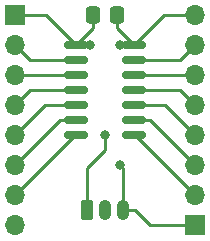
<source format=gbr>
%TF.GenerationSoftware,KiCad,Pcbnew,7.0.6*%
%TF.CreationDate,2023-08-24T15:38:00-04:00*%
%TF.ProjectId,t04mini,7430346d-696e-4692-9e6b-696361645f70,rev?*%
%TF.SameCoordinates,Original*%
%TF.FileFunction,Copper,L1,Top*%
%TF.FilePolarity,Positive*%
%FSLAX46Y46*%
G04 Gerber Fmt 4.6, Leading zero omitted, Abs format (unit mm)*
G04 Created by KiCad (PCBNEW 7.0.6) date 2023-08-24 15:38:00*
%MOMM*%
%LPD*%
G01*
G04 APERTURE LIST*
G04 Aperture macros list*
%AMRoundRect*
0 Rectangle with rounded corners*
0 $1 Rounding radius*
0 $2 $3 $4 $5 $6 $7 $8 $9 X,Y pos of 4 corners*
0 Add a 4 corners polygon primitive as box body*
4,1,4,$2,$3,$4,$5,$6,$7,$8,$9,$2,$3,0*
0 Add four circle primitives for the rounded corners*
1,1,$1+$1,$2,$3*
1,1,$1+$1,$4,$5*
1,1,$1+$1,$6,$7*
1,1,$1+$1,$8,$9*
0 Add four rect primitives between the rounded corners*
20,1,$1+$1,$2,$3,$4,$5,0*
20,1,$1+$1,$4,$5,$6,$7,0*
20,1,$1+$1,$6,$7,$8,$9,0*
20,1,$1+$1,$8,$9,$2,$3,0*%
G04 Aperture macros list end*
%TA.AperFunction,SMDPad,CuDef*%
%ADD10RoundRect,0.150000X-0.825000X-0.150000X0.825000X-0.150000X0.825000X0.150000X-0.825000X0.150000X0*%
%TD*%
%TA.AperFunction,ComponentPad*%
%ADD11RoundRect,0.250000X-0.265000X-0.615000X0.265000X-0.615000X0.265000X0.615000X-0.265000X0.615000X0*%
%TD*%
%TA.AperFunction,ComponentPad*%
%ADD12O,1.030000X1.730000*%
%TD*%
%TA.AperFunction,ComponentPad*%
%ADD13R,1.700000X1.700000*%
%TD*%
%TA.AperFunction,ComponentPad*%
%ADD14O,1.700000X1.700000*%
%TD*%
%TA.AperFunction,SMDPad,CuDef*%
%ADD15RoundRect,0.250000X-0.337500X-0.475000X0.337500X-0.475000X0.337500X0.475000X-0.337500X0.475000X0*%
%TD*%
%TA.AperFunction,ViaPad*%
%ADD16C,0.800000*%
%TD*%
%TA.AperFunction,Conductor*%
%ADD17C,0.250000*%
%TD*%
G04 APERTURE END LIST*
D10*
%TO.P,U1,1,VCC*%
%TO.N,+3.3V*%
X133415000Y-105410000D03*
%TO.P,U1,2,PA4*%
%TO.N,PA4*%
X133415000Y-106680000D03*
%TO.P,U1,3,PA5*%
%TO.N,PA5*%
X133415000Y-107950000D03*
%TO.P,U1,4,PA6*%
%TO.N,PA6*%
X133415000Y-109220000D03*
%TO.P,U1,5,PA7*%
%TO.N,PA7*%
X133415000Y-110490000D03*
%TO.P,U1,6,PB3*%
%TO.N,PB3*%
X133415000Y-111760000D03*
%TO.P,U1,7,PB2*%
%TO.N,PB2*%
X133415000Y-113030000D03*
%TO.P,U1,8,PB1*%
%TO.N,PB1*%
X138365000Y-113030000D03*
%TO.P,U1,9,PB0*%
%TO.N,PB0*%
X138365000Y-111760000D03*
%TO.P,U1,10,~{RESET}/PA0*%
%TO.N,UPDI*%
X138365000Y-110490000D03*
%TO.P,U1,11,PA1*%
%TO.N,PA1*%
X138365000Y-109220000D03*
%TO.P,U1,12,PA2*%
%TO.N,PA2*%
X138365000Y-107950000D03*
%TO.P,U1,13,PA3*%
%TO.N,PA3*%
X138365000Y-106680000D03*
%TO.P,U1,14,GND*%
%TO.N,GND*%
X138365000Y-105410000D03*
%TD*%
D11*
%TO.P,J3,1,Pin_1*%
%TO.N,+3.3V*%
X134390000Y-119380000D03*
D12*
%TO.P,J3,2,Pin_2*%
%TO.N,UPDI*%
X135890000Y-119380000D03*
%TO.P,J3,3,Pin_3*%
%TO.N,GND*%
X137390000Y-119380000D03*
%TD*%
D13*
%TO.P,J2,1,Pin_1*%
%TO.N,GND*%
X143510000Y-120650000D03*
D14*
%TO.P,J2,2,Pin_2*%
%TO.N,PB1*%
X143510000Y-118110000D03*
%TO.P,J2,3,Pin_3*%
%TO.N,PB0*%
X143510000Y-115570000D03*
%TO.P,J2,4,Pin_4*%
%TO.N,UPDI*%
X143510000Y-113030000D03*
%TO.P,J2,5,Pin_5*%
%TO.N,PA1*%
X143510000Y-110490000D03*
%TO.P,J2,6,Pin_6*%
%TO.N,PA2*%
X143510000Y-107950000D03*
%TO.P,J2,7,Pin_7*%
%TO.N,PA3*%
X143510000Y-105410000D03*
%TO.P,J2,8,Pin_8*%
%TO.N,GND*%
X143510000Y-102870000D03*
%TD*%
D13*
%TO.P,J1,1,Pin_1*%
%TO.N,+3.3V*%
X128270000Y-102870000D03*
D14*
%TO.P,J1,2,Pin_2*%
%TO.N,PA4*%
X128270000Y-105410000D03*
%TO.P,J1,3,Pin_3*%
%TO.N,PA5*%
X128270000Y-107950000D03*
%TO.P,J1,4,Pin_4*%
%TO.N,PA6*%
X128270000Y-110490000D03*
%TO.P,J1,5,Pin_5*%
%TO.N,PA7*%
X128270000Y-113030000D03*
%TO.P,J1,6,Pin_6*%
%TO.N,PB3*%
X128270000Y-115570000D03*
%TO.P,J1,7,Pin_7*%
%TO.N,PB2*%
X128270000Y-118110000D03*
%TO.P,J1,8,Pin_8*%
%TO.N,+5V*%
X128270000Y-120650000D03*
%TD*%
D15*
%TO.P,C3,1*%
%TO.N,+3.3V*%
X134852500Y-102870000D03*
%TO.P,C3,2*%
%TO.N,GND*%
X136927500Y-102870000D03*
%TD*%
D16*
%TO.N,+3.3V*%
X135890000Y-113030000D03*
X134620000Y-105410000D03*
%TO.N,GND*%
X137160000Y-105410000D03*
X137160000Y-115570000D03*
%TD*%
D17*
%TO.N,+3.3V*%
X135890000Y-114300000D02*
X135890000Y-113030000D01*
X134390000Y-115800000D02*
X135890000Y-114300000D01*
X134390000Y-119380000D02*
X134390000Y-115800000D01*
X134620000Y-105410000D02*
X133415000Y-105410000D01*
%TO.N,GND*%
X137160000Y-105410000D02*
X138365000Y-105410000D01*
X137390000Y-115800000D02*
X137160000Y-115570000D01*
X137390000Y-119380000D02*
X137390000Y-115800000D01*
X136927500Y-102870000D02*
X136927500Y-103972500D01*
X136927500Y-103972500D02*
X138365000Y-105410000D01*
%TO.N,+3.3V*%
X134852500Y-102870000D02*
X134852500Y-103972500D01*
X134852500Y-103972500D02*
X133415000Y-105410000D01*
%TO.N,GND*%
X138365000Y-105410000D02*
X140905000Y-102870000D01*
X140905000Y-102870000D02*
X143510000Y-102870000D01*
%TO.N,PA3*%
X138365000Y-106680000D02*
X142240000Y-106680000D01*
X142240000Y-106680000D02*
X143510000Y-105410000D01*
%TO.N,PA2*%
X138365000Y-107950000D02*
X143510000Y-107950000D01*
%TO.N,PA1*%
X138365000Y-109220000D02*
X142240000Y-109220000D01*
X142240000Y-109220000D02*
X143510000Y-110490000D01*
%TO.N,UPDI*%
X138365000Y-110490000D02*
X140970000Y-110490000D01*
X140970000Y-110490000D02*
X143510000Y-113030000D01*
%TO.N,PB0*%
X138365000Y-111760000D02*
X139700000Y-111760000D01*
X139700000Y-111760000D02*
X143510000Y-115570000D01*
%TO.N,PB1*%
X138365000Y-113030000D02*
X138430000Y-113030000D01*
X138430000Y-113030000D02*
X143510000Y-118110000D01*
%TO.N,PB2*%
X133415000Y-113030000D02*
X133350000Y-113030000D01*
X133350000Y-113030000D02*
X128270000Y-118110000D01*
%TO.N,PB3*%
X133415000Y-111760000D02*
X132080000Y-111760000D01*
X132080000Y-111760000D02*
X128270000Y-115570000D01*
%TO.N,PA7*%
X133415000Y-110490000D02*
X130810000Y-110490000D01*
X130810000Y-110490000D02*
X128270000Y-113030000D01*
%TO.N,PA6*%
X133415000Y-109220000D02*
X129540000Y-109220000D01*
X129540000Y-109220000D02*
X128270000Y-110490000D01*
%TO.N,PA5*%
X133415000Y-107950000D02*
X128270000Y-107950000D01*
%TO.N,PA4*%
X133415000Y-106680000D02*
X129540000Y-106680000D01*
X129540000Y-106680000D02*
X128270000Y-105410000D01*
%TO.N,+3.3V*%
X133415000Y-105410000D02*
X130875000Y-102870000D01*
X130875000Y-102870000D02*
X128270000Y-102870000D01*
%TO.N,GND*%
X137390000Y-119380000D02*
X138430000Y-119380000D01*
X139700000Y-120650000D02*
X143510000Y-120650000D01*
X138430000Y-119380000D02*
X139700000Y-120650000D01*
%TD*%
M02*

</source>
